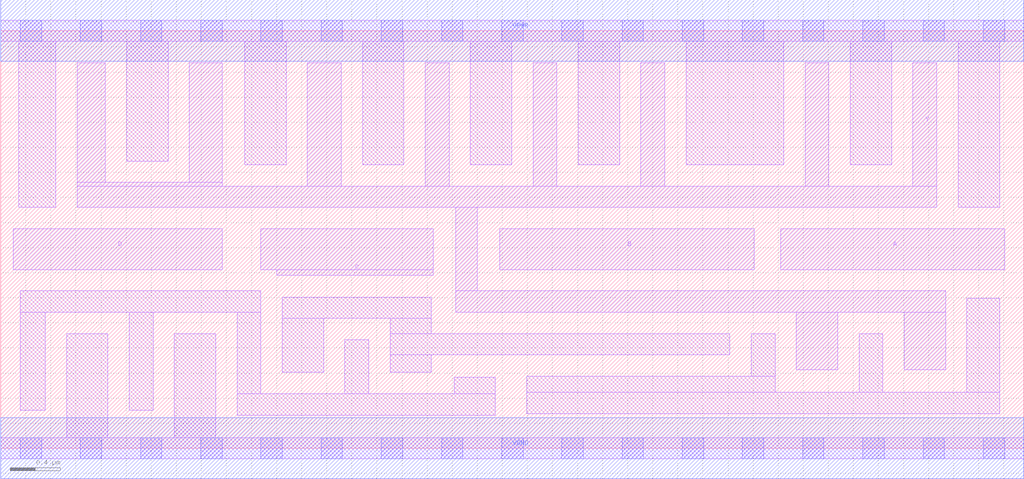
<source format=lef>
# Copyright 2020 The SkyWater PDK Authors
#
# Licensed under the Apache License, Version 2.0 (the "License");
# you may not use this file except in compliance with the License.
# You may obtain a copy of the License at
#
#     https://www.apache.org/licenses/LICENSE-2.0
#
# Unless required by applicable law or agreed to in writing, software
# distributed under the License is distributed on an "AS IS" BASIS,
# WITHOUT WARRANTIES OR CONDITIONS OF ANY KIND, either express or implied.
# See the License for the specific language governing permissions and
# limitations under the License.
#
# SPDX-License-Identifier: Apache-2.0

VERSION 5.7 ;
  NAMESCASESENSITIVE ON ;
  NOWIREEXTENSIONATPIN ON ;
  DIVIDERCHAR "/" ;
  BUSBITCHARS "[]" ;
UNITS
  DATABASE MICRONS 200 ;
END UNITS
MACRO sky130_fd_sc_lp__nand4_4
  CLASS CORE ;
  FOREIGN sky130_fd_sc_lp__nand4_4 ;
  ORIGIN  0.000000  0.000000 ;
  SIZE  8.160000 BY  3.330000 ;
  SYMMETRY X Y R90 ;
  SITE unit ;
  PIN A
    ANTENNAGATEAREA  1.260000 ;
    DIRECTION INPUT ;
    USE SIGNAL ;
    PORT
      LAYER li1 ;
        RECT 6.220000 1.425000 8.005000 1.750000 ;
    END
  END A
  PIN B
    ANTENNAGATEAREA  1.260000 ;
    DIRECTION INPUT ;
    USE SIGNAL ;
    PORT
      LAYER li1 ;
        RECT 3.980000 1.425000 6.010000 1.750000 ;
    END
  END B
  PIN C
    ANTENNAGATEAREA  1.260000 ;
    DIRECTION INPUT ;
    USE SIGNAL ;
    PORT
      LAYER li1 ;
        RECT 2.075000 1.425000 3.450000 1.750000 ;
        RECT 2.200000 1.380000 3.450000 1.425000 ;
    END
  END C
  PIN D
    ANTENNAGATEAREA  1.260000 ;
    DIRECTION INPUT ;
    USE SIGNAL ;
    PORT
      LAYER li1 ;
        RECT 0.100000 1.425000 1.765000 1.750000 ;
    END
  END D
  PIN Y
    ANTENNADIFFAREA  3.292800 ;
    DIRECTION OUTPUT ;
    USE SIGNAL ;
    PORT
      LAYER li1 ;
        RECT 0.610000 1.920000 7.465000 2.090000 ;
        RECT 0.610000 2.090000 1.765000 2.120000 ;
        RECT 0.610000 2.120000 0.835000 3.075000 ;
        RECT 1.505000 2.120000 1.765000 3.075000 ;
        RECT 2.445000 2.090000 2.715000 3.075000 ;
        RECT 3.385000 2.090000 3.575000 3.075000 ;
        RECT 3.630000 1.085000 7.535000 1.255000 ;
        RECT 3.630000 1.255000 3.800000 1.920000 ;
        RECT 4.245000 2.090000 4.435000 3.075000 ;
        RECT 5.105000 2.090000 5.295000 3.075000 ;
        RECT 6.345000 0.625000 6.675000 1.085000 ;
        RECT 6.415000 2.090000 6.605000 3.075000 ;
        RECT 7.205000 0.625000 7.535000 1.085000 ;
        RECT 7.275000 2.090000 7.465000 3.075000 ;
    END
  END Y
  PIN VGND
    DIRECTION INOUT ;
    USE GROUND ;
    PORT
      LAYER met1 ;
        RECT 0.000000 -0.245000 8.160000 0.245000 ;
    END
  END VGND
  PIN VPWR
    DIRECTION INOUT ;
    USE POWER ;
    PORT
      LAYER met1 ;
        RECT 0.000000 3.085000 8.160000 3.575000 ;
    END
  END VPWR
  OBS
    LAYER li1 ;
      RECT 0.000000 -0.085000 8.160000 0.085000 ;
      RECT 0.000000  3.245000 8.160000 3.415000 ;
      RECT 0.145000  1.920000 0.440000 3.245000 ;
      RECT 0.155000  0.305000 0.355000 1.085000 ;
      RECT 0.155000  1.085000 2.075000 1.255000 ;
      RECT 0.525000  0.085000 0.855000 0.915000 ;
      RECT 1.005000  2.290000 1.335000 3.245000 ;
      RECT 1.025000  0.305000 1.215000 1.085000 ;
      RECT 1.385000  0.085000 1.715000 0.915000 ;
      RECT 1.885000  0.265000 3.945000 0.435000 ;
      RECT 1.885000  0.435000 2.075000 1.085000 ;
      RECT 1.945000  2.260000 2.275000 3.245000 ;
      RECT 2.245000  0.605000 2.575000 1.035000 ;
      RECT 2.245000  1.035000 3.435000 1.205000 ;
      RECT 2.745000  0.435000 2.935000 0.865000 ;
      RECT 2.885000  2.260000 3.215000 3.245000 ;
      RECT 3.105000  0.605000 3.435000 0.745000 ;
      RECT 3.105000  0.745000 5.815000 0.915000 ;
      RECT 3.105000  0.915000 3.435000 1.035000 ;
      RECT 3.615000  0.435000 3.945000 0.565000 ;
      RECT 3.745000  2.260000 4.075000 3.245000 ;
      RECT 4.195000  0.275000 7.965000 0.445000 ;
      RECT 4.195000  0.445000 6.175000 0.575000 ;
      RECT 4.605000  2.260000 4.935000 3.245000 ;
      RECT 5.465000  2.260000 6.245000 3.245000 ;
      RECT 5.985000  0.575000 6.175000 0.915000 ;
      RECT 6.775000  2.260000 7.105000 3.245000 ;
      RECT 6.845000  0.445000 7.035000 0.915000 ;
      RECT 7.635000  1.920000 7.965000 3.245000 ;
      RECT 7.705000  0.445000 7.965000 1.195000 ;
    LAYER mcon ;
      RECT 0.155000 -0.085000 0.325000 0.085000 ;
      RECT 0.155000  3.245000 0.325000 3.415000 ;
      RECT 0.635000 -0.085000 0.805000 0.085000 ;
      RECT 0.635000  3.245000 0.805000 3.415000 ;
      RECT 1.115000 -0.085000 1.285000 0.085000 ;
      RECT 1.115000  3.245000 1.285000 3.415000 ;
      RECT 1.595000 -0.085000 1.765000 0.085000 ;
      RECT 1.595000  3.245000 1.765000 3.415000 ;
      RECT 2.075000 -0.085000 2.245000 0.085000 ;
      RECT 2.075000  3.245000 2.245000 3.415000 ;
      RECT 2.555000 -0.085000 2.725000 0.085000 ;
      RECT 2.555000  3.245000 2.725000 3.415000 ;
      RECT 3.035000 -0.085000 3.205000 0.085000 ;
      RECT 3.035000  3.245000 3.205000 3.415000 ;
      RECT 3.515000 -0.085000 3.685000 0.085000 ;
      RECT 3.515000  3.245000 3.685000 3.415000 ;
      RECT 3.995000 -0.085000 4.165000 0.085000 ;
      RECT 3.995000  3.245000 4.165000 3.415000 ;
      RECT 4.475000 -0.085000 4.645000 0.085000 ;
      RECT 4.475000  3.245000 4.645000 3.415000 ;
      RECT 4.955000 -0.085000 5.125000 0.085000 ;
      RECT 4.955000  3.245000 5.125000 3.415000 ;
      RECT 5.435000 -0.085000 5.605000 0.085000 ;
      RECT 5.435000  3.245000 5.605000 3.415000 ;
      RECT 5.915000 -0.085000 6.085000 0.085000 ;
      RECT 5.915000  3.245000 6.085000 3.415000 ;
      RECT 6.395000 -0.085000 6.565000 0.085000 ;
      RECT 6.395000  3.245000 6.565000 3.415000 ;
      RECT 6.875000 -0.085000 7.045000 0.085000 ;
      RECT 6.875000  3.245000 7.045000 3.415000 ;
      RECT 7.355000 -0.085000 7.525000 0.085000 ;
      RECT 7.355000  3.245000 7.525000 3.415000 ;
      RECT 7.835000 -0.085000 8.005000 0.085000 ;
      RECT 7.835000  3.245000 8.005000 3.415000 ;
  END
END sky130_fd_sc_lp__nand4_4
END LIBRARY

</source>
